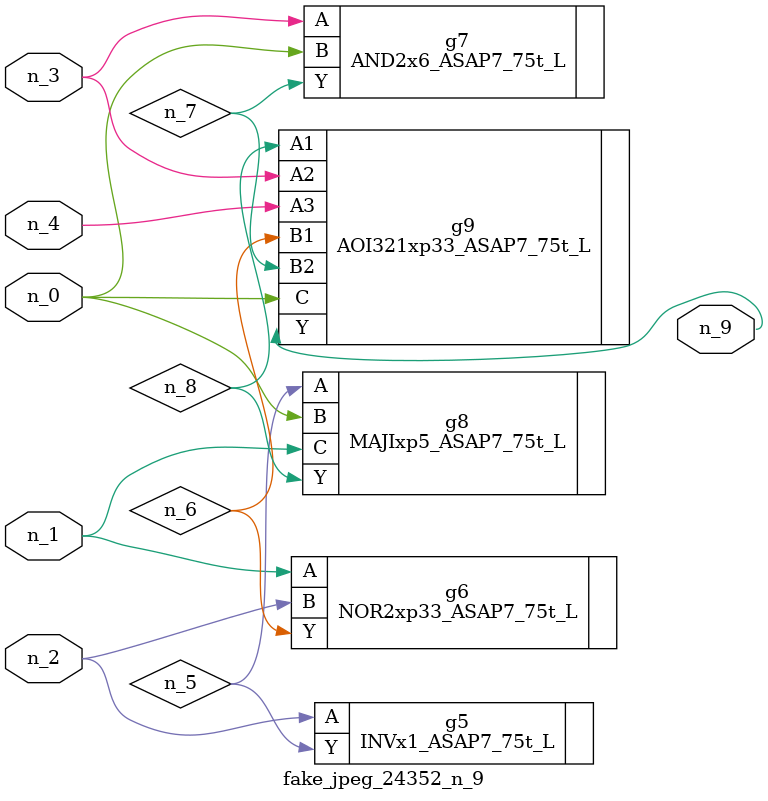
<source format=v>
module fake_jpeg_24352_n_9 (n_3, n_2, n_1, n_0, n_4, n_9);

input n_3;
input n_2;
input n_1;
input n_0;
input n_4;

output n_9;

wire n_8;
wire n_6;
wire n_5;
wire n_7;

INVx1_ASAP7_75t_L g5 ( 
.A(n_2),
.Y(n_5)
);

NOR2xp33_ASAP7_75t_L g6 ( 
.A(n_1),
.B(n_2),
.Y(n_6)
);

AND2x6_ASAP7_75t_L g7 ( 
.A(n_3),
.B(n_0),
.Y(n_7)
);

MAJIxp5_ASAP7_75t_L g8 ( 
.A(n_5),
.B(n_0),
.C(n_1),
.Y(n_8)
);

AOI321xp33_ASAP7_75t_L g9 ( 
.A1(n_8),
.A2(n_3),
.A3(n_4),
.B1(n_6),
.B2(n_7),
.C(n_0),
.Y(n_9)
);


endmodule
</source>
